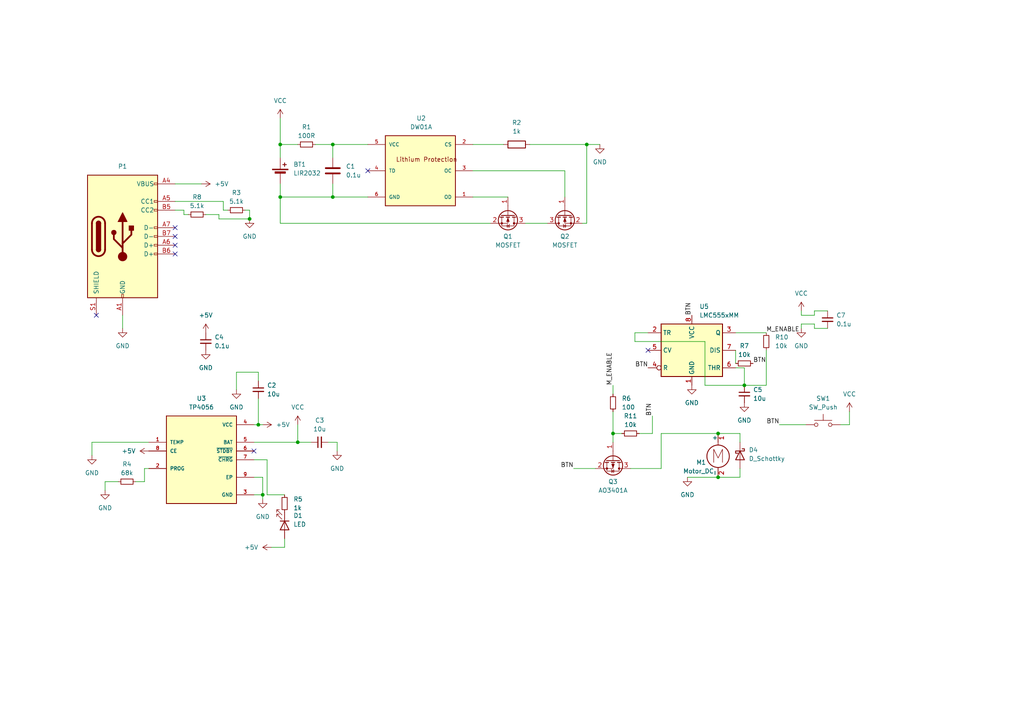
<source format=kicad_sch>
(kicad_sch (version 20250114) (generator "eeschema") (generator_version "9.0")
  (paper "A4")
  (lib_symbols
    (symbol "Connector:USB_C_Receptacle_USB2.0_14P" (pin_names (offset 1.016))
      (property "Reference" "J" (at 0 22.225 0))
      (property "Value" "USB_C_Receptacle_USB2.0_14P" (at 0 19.685 0))
      (symbol "USB_C_Receptacle_USB2.0_14P_0_0"
        (rectangle (start -0.254 -17.78) (end 0.254 -16.764))
        (rectangle (start 10.16 15.494) (end 9.144 14.986))
        (rectangle (start 10.16 10.414) (end 9.144 9.906))
        (rectangle (start 10.16 7.874) (end 9.144 7.366))
        (rectangle (start 10.16 2.794) (end 9.144 2.286))
        (rectangle (start 10.16 0.254) (end 9.144 -0.254))
        (rectangle (start 10.16 -2.286) (end 9.144 -2.794))
        (rectangle (start 10.16 -4.826) (end 9.144 -5.334))
      )
      (symbol "USB_C_Receptacle_USB2.0_14P_0_1"
        (rectangle (start -10.16 17.78) (end 10.16 -17.78) (stroke (width 0.254)) (fill (type background)))
        (polyline (pts (xy -8.89 -3.81) (xy -8.89 3.81)) (stroke (width 0.508)))
        (rectangle (start -7.62 -3.81) (end -6.35 3.81) (stroke (width 0.254)) (fill (type outline)))
        (arc (start -7.62 3.81) (mid -6.985 4.4423) (end -6.35 3.81) (stroke (width 0.254)))
        (arc (start -7.62 3.81) (mid -6.985 4.4423) (end -6.35 3.81) (stroke (width 0.254)) (fill (type outline)))
        (arc (start -8.89 3.81) (mid -6.985 5.7067) (end -5.08 3.81) (stroke (width 0.508)))
        (arc (start -5.08 -3.81) (mid -6.985 -5.7067) (end -8.89 -3.81) (stroke (width 0.508)))
        (arc (start -6.35 -3.81) (mid -6.985 -4.4423) (end -7.62 -3.81) (stroke (width 0.254)))
        (arc (start -6.35 -3.81) (mid -6.985 -4.4423) (end -7.62 -3.81) (stroke (width 0.254)) (fill (type outline)))
        (polyline (pts (xy -5.08 3.81) (xy -5.08 -3.81)) (stroke (width 0.508)))
        (circle (center -2.54 1.143) (radius 0.635) (stroke (width 0.254)) (fill (type outline)))
        (polyline (pts (xy -1.27 4.318) (xy 0 6.858) (xy 1.27 4.318) (xy -1.27 4.318)) (stroke (width 0.254)) (fill (type outline)))
        (polyline (pts (xy 0 -2.032) (xy 2.54 0.508) (xy 2.54 1.778)) (stroke (width 0.508)))
        (polyline (pts (xy 0 -3.302) (xy -2.54 -0.762) (xy -2.54 0.508)) (stroke (width 0.508)))
        (polyline (pts (xy 0 -5.842) (xy 0 4.318)) (stroke (width 0.508)))
        (circle (center 0 -5.842) (radius 1.27) (fill (type outline)))
        (rectangle (start 1.905 1.778) (end 3.175 3.048) (stroke (width 0.254)) (fill (type outline)))
      )
      (symbol "USB_C_Receptacle_USB2.0_14P_1_1"
        (pin passive line (at -7.62 -22.86 90) (length 5.08) (name "SHIELD") (number "S1"))
        (pin passive line (at 0 -22.86 90) (length 5.08) (name "GND") (number "A1"))
        (pin passive line (at 0 -22.86 90) (length 5.08) (hide yes) (name "GND") (number "A12"))
        (pin passive line (at 0 -22.86 90) (length 5.08) (hide yes) (name "GND") (number "B1"))
        (pin passive line (at 0 -22.86 90) (length 5.08) (hide yes) (name "GND") (number "B12"))
        (pin passive line (at 15.24 15.24 180) (length 5.08) (name "VBUS") (number "A4"))
        (pin passive line (at 15.24 15.24 180) (length 5.08) (hide yes) (name "VBUS") (number "A9"))
        (pin passive line (at 15.24 15.24 180) (length 5.08) (hide yes) (name "VBUS") (number "B4"))
        (pin passive line (at 15.24 15.24 180) (length 5.08) (hide yes) (name "VBUS") (number "B9"))
        (pin bidirectional line (at 15.24 10.16 180) (length 5.08) (name "CC1") (number "A5"))
        (pin bidirectional line (at 15.24 7.62 180) (length 5.08) (name "CC2") (number "B5"))
        (pin bidirectional line (at 15.24 2.54 180) (length 5.08) (name "D-") (number "A7"))
        (pin bidirectional line (at 15.24 0 180) (length 5.08) (name "D-") (number "B7"))
        (pin bidirectional line (at 15.24 -2.54 180) (length 5.08) (name "D+") (number "A6"))
        (pin bidirectional line (at 15.24 -5.08 180) (length 5.08) (name "D+") (number "B6"))
      )
    )
    (symbol "DW01A:DW01A" (pin_names (offset 1.016))
      (property "Reference" "U" (at -5.08 11.43 0))
      (property "Value" "DW01A" (at -5.08 -12.7 0))
      (symbol "DW01A_0_0"
        (rectangle (start -10.16 -10.16) (end 10.16 10.16) (stroke (width 0.254)) (fill (type background)))
        (text "Lithium Protection" (at -7.112 2.54 0) (effects (font (size 1.27 1.27)) (justify left bottom)))
        (pin power_in line (at -15.24 7.62 0) (length 5.08) (name "VCC") (number "5"))
        (pin bidirectional line (at -15.24 0 0) (length 5.08) (name "TD") (number "4"))
        (pin power_in line (at -15.24 -7.62 0) (length 5.08) (name "GND") (number "6"))
        (pin bidirectional line (at 15.24 7.62 180) (length 5.08) (name "CS") (number "2"))
        (pin bidirectional line (at 15.24 0 180) (length 5.08) (name "OC") (number "3"))
        (pin bidirectional line (at 15.24 -7.62 180) (length 5.08) (name "OD") (number "1"))
      )
    )
    (symbol "Device:Battery_Cell" (pin_numbers (hide yes)) (pin_names (offset 0) (hide yes))
      (property "Reference" "BT" (at 2.54 2.54 0))
      (property "Value" "Battery_Cell" (at 2.54 0 0))
      (symbol "Battery_Cell_0_1"
        (rectangle (start -2.286 1.778) (end 2.286 1.524) (fill (type outline)))
        (rectangle (start -1.524 1.016) (end 1.524 0.508) (fill (type outline)))
        (polyline (pts (xy 0 1.778) (xy 0 2.54)))
        (polyline (pts (xy 0 0.762) (xy 0 0)))
        (polyline (pts (xy 0.762 3.048) (xy 1.778 3.048)) (stroke (width 0.254)))
        (polyline (pts (xy 1.27 3.556) (xy 1.27 2.54)) (stroke (width 0.254)))
      )
      (symbol "Battery_Cell_1_1"
        (pin passive line (at 0 5.08 270) (length 2.54) (name "+") (number "1"))
        (pin passive line (at 0 -2.54 90) (length 2.54) (name "-") (number "2"))
      )
    )
    (symbol "Device:C" (pin_numbers (hide yes)) (pin_names (offset 0.254))
      (property "Reference" "C" (at 0.635 2.54 0))
      (property "Value" "C" (at 0.635 -2.54 0))
      (symbol "C_0_1"
        (polyline (pts (xy -2.032 0.762) (xy 2.032 0.762)) (stroke (width 0.508)))
        (polyline (pts (xy -2.032 -0.762) (xy 2.032 -0.762)) (stroke (width 0.508)))
      )
      (symbol "C_1_1"
        (pin passive line (at 0 3.81 270) (length 2.794) (name "~") (number "1"))
        (pin passive line (at 0 -3.81 90) (length 2.794) (name "~") (number "2"))
      )
    )
    (symbol "Device:C_Small" (pin_numbers (hide yes)) (pin_names (offset 0.254) (hide yes))
      (property "Reference" "C" (at 0.254 1.778 0))
      (property "Value" "C_Small" (at 0.254 -2.032 0))
      (symbol "C_Small_0_1"
        (polyline (pts (xy -1.524 0.508) (xy 1.524 0.508)) (stroke (width 0.3048)))
        (polyline (pts (xy -1.524 -0.508) (xy 1.524 -0.508)) (stroke (width 0.3302)))
      )
      (symbol "C_Small_1_1"
        (pin passive line (at 0 2.54 270) (length 2.032) (name "~") (number "1"))
        (pin passive line (at 0 -2.54 90) (length 2.032) (name "~") (number "2"))
      )
    )
    (symbol "Device:D_Schottky" (pin_numbers (hide yes)) (pin_names (offset 1.016) (hide yes))
      (property "Reference" "D" (at 0 2.54 0))
      (property "Value" "D_Schottky" (at 0 -2.54 0))
      (symbol "D_Schottky_0_1"
        (polyline (pts (xy -1.905 0.635) (xy -1.905 1.27) (xy -1.27 1.27) (xy -1.27 -1.27) (xy -0.635 -1.27) (xy -0.635 -0.635)) (stroke (width 0.254)))
        (polyline (pts (xy 1.27 1.27) (xy 1.27 -1.27) (xy -1.27 0) (xy 1.27 1.27)) (stroke (width 0.254)))
        (polyline (pts (xy 1.27 0) (xy -1.27 0)))
      )
      (symbol "D_Schottky_1_1"
        (pin passive line (at -3.81 0 0) (length 2.54) (name "K") (number "1"))
        (pin passive line (at 3.81 0 180) (length 2.54) (name "A") (number "2"))
      )
    )
    (symbol "Device:LED" (pin_numbers (hide yes)) (pin_names (offset 1.016) (hide yes))
      (property "Reference" "D" (at 0 2.54 0))
      (property "Value" "LED" (at 0 -2.54 0))
      (symbol "LED_0_1"
        (polyline (pts (xy -3.048 -0.762) (xy -4.572 -2.286) (xy -3.81 -2.286) (xy -4.572 -2.286) (xy -4.572 -1.524)))
        (polyline (pts (xy -1.778 -0.762) (xy -3.302 -2.286) (xy -2.54 -2.286) (xy -3.302 -2.286) (xy -3.302 -1.524)))
        (polyline (pts (xy -1.27 0) (xy 1.27 0)))
        (polyline (pts (xy -1.27 -1.27) (xy -1.27 1.27)) (stroke (width 0.254)))
        (polyline (pts (xy 1.27 -1.27) (xy 1.27 1.27) (xy -1.27 0) (xy 1.27 -1.27)) (stroke (width 0.254)))
      )
      (symbol "LED_1_1"
        (pin passive line (at -3.81 0 0) (length 2.54) (name "K") (number "1"))
        (pin passive line (at 3.81 0 180) (length 2.54) (name "A") (number "2"))
      )
    )
    (symbol "Device:R" (pin_numbers (hide yes)) (pin_names (offset 0))
      (property "Reference" "R" (at 2.032 0 90))
      (property "Value" "R" (at 0 0 90))
      (symbol "R_0_1"
        (rectangle (start -1.016 -2.54) (end 1.016 2.54) (stroke (width 0.254)))
      )
      (symbol "R_1_1"
        (pin passive line (at 0 3.81 270) (length 1.27) (name "~") (number "1"))
        (pin passive line (at 0 -3.81 90) (length 1.27) (name "~") (number "2"))
      )
    )
    (symbol "Device:R_Small" (pin_numbers (hide yes)) (pin_names (offset 0.254) (hide yes))
      (property "Reference" "R" (at 0.762 0.508 0))
      (property "Value" "R_Small" (at 0.762 -1.016 0))
      (symbol "R_Small_0_1"
        (rectangle (start -0.762 1.778) (end 0.762 -1.778) (stroke (width 0.2032)))
      )
      (symbol "R_Small_1_1"
        (pin passive line (at 0 2.54 270) (length 0.762) (name "~") (number "1"))
        (pin passive line (at 0 -2.54 90) (length 0.762) (name "~") (number "2"))
      )
    )
    (symbol "Motor:Motor_DC" (pin_names (offset 0))
      (property "Reference" "M" (at 2.54 2.54 0))
      (property "Value" "Motor_DC" (at 2.54 -5.08 0))
      (symbol "Motor_DC_0_0"
        (polyline (pts (xy -1.27 -3.302) (xy -1.27 0.508) (xy 0 -2.032) (xy 1.27 0.508) (xy 1.27 -3.302)))
      )
      (symbol "Motor_DC_0_1"
        (polyline (pts (xy 0 2.032) (xy 0 2.54)))
        (polyline (pts (xy 0 1.7272) (xy 0 2.0828)))
        (circle (center 0 -1.524) (radius 3.2512) (stroke (width 0.254)))
        (polyline (pts (xy 0 -4.7752) (xy 0 -5.1816)))
        (polyline (pts (xy 0 -7.62) (xy 0 -7.112)))
      )
      (symbol "Motor_DC_1_1"
        (pin passive line (at 0 5.08 270) (length 2.54) (name "+") (number "1"))
        (pin passive line (at 0 -7.62 90) (length 2.54) (name "-") (number "2"))
      )
    )
    (symbol "Switch:SW_Push" (pin_numbers (hide yes)) (pin_names (offset 1.016) (hide yes))
      (property "Reference" "SW" (at 1.27 2.54 0))
      (property "Value" "SW_Push" (at 0 -1.524 0))
      (symbol "SW_Push_0_1"
        (circle (center -2.032 0) (radius 0.508))
        (polyline (pts (xy 0 1.27) (xy 0 3.048)))
        (circle (center 2.032 0) (radius 0.508))
        (polyline (pts (xy 2.54 1.27) (xy -2.54 1.27)))
        (pin passive line (at -5.08 0 0) (length 2.54) (name "1") (number "1"))
        (pin passive line (at 5.08 0 180) (length 2.54) (name "2") (number "2"))
      )
    )
    (symbol "TP4056:TP4056" (pin_names (offset 1.016))
      (property "Reference" "U" (at -10.16 13.208 0))
      (property "Value" "TP4056" (at -10.16 -15.24 0))
      (symbol "TP4056_0_0"
        (rectangle (start -10.16 -12.7) (end 10.16 12.7) (stroke (width 0.254)) (fill (type background)))
        (pin input line (at -15.24 5.08 0) (length 5.08) (name "TEMP") (number "1"))
        (pin input line (at -15.24 2.54 0) (length 5.08) (name "CE") (number "8"))
        (pin bidirectional line (at -15.24 -2.54 0) (length 5.08) (name "PROG") (number "2"))
        (pin power_in line (at 15.24 10.16 180) (length 5.08) (name "VCC") (number "4"))
        (pin output line (at 15.24 5.08 180) (length 5.08) (name "BAT") (number "5"))
        (pin output line (at 15.24 2.54 180) (length 5.08) (name "~{STDBY}") (number "6"))
        (pin output line (at 15.24 0 180) (length 5.08) (name "~{CHRG}") (number "7"))
        (pin passive line (at 15.24 -5.08 180) (length 5.08) (name "EP") (number "9"))
        (pin power_in line (at 15.24 -10.16 180) (length 5.08) (name "GND") (number "3"))
      )
    )
    (symbol "Timer:LMC555xMM"
      (property "Reference" "U" (at -10.16 8.89 0))
      (property "Value" "LMC555xMM" (at 2.54 8.89 0))
      (symbol "LMC555xMM_0_0"
        (pin power_in line (at 0 10.16 270) (length 2.54) (name "VCC") (number "8"))
        (pin power_in line (at 0 -10.16 90) (length 2.54) (name "GND") (number "1"))
      )
      (symbol "LMC555xMM_0_1"
        (rectangle (start -8.89 -7.62) (end 8.89 7.62) (stroke (width 0.254)) (fill (type background)))
        (rectangle (start -8.89 -7.62) (end 8.89 7.62) (stroke (width 0.254)) (fill (type background)))
      )
      (symbol "LMC555xMM_1_1"
        (pin input line (at -12.7 5.08 0) (length 3.81) (name "TR") (number "2"))
        (pin input line (at -12.7 0 0) (length 3.81) (name "CV") (number "5"))
        (pin input inverted (at -12.7 -5.08 0) (length 3.81) (name "R") (number "4"))
        (pin output line (at 12.7 5.08 180) (length 3.81) (name "Q") (number "3"))
        (pin input line (at 12.7 0 180) (length 3.81) (name "DIS") (number "7"))
        (pin input line (at 12.7 -5.08 180) (length 3.81) (name "THR") (number "6"))
      )
    )
    (symbol "Transistor_FET:2N7002" (pin_names (hide yes))
      (property "Reference" "Q" (at 5.08 1.905 0))
      (property "Value" "2N7002" (at 5.08 0 0))
      (symbol "2N7002_0_1"
        (polyline (pts (xy 0.254 1.905) (xy 0.254 -1.905)) (stroke (width 0.254)))
        (polyline (pts (xy 0.254 0) (xy -2.54 0)))
        (polyline (pts (xy 0.762 2.286) (xy 0.762 1.27)) (stroke (width 0.254)))
        (polyline (pts (xy 0.762 0.508) (xy 0.762 -0.508)) (stroke (width 0.254)))
        (polyline (pts (xy 0.762 -1.27) (xy 0.762 -2.286)) (stroke (width 0.254)))
        (polyline (pts (xy 0.762 -1.778) (xy 3.302 -1.778) (xy 3.302 1.778) (xy 0.762 1.778)))
        (polyline (pts (xy 1.016 0) (xy 2.032 0.381) (xy 2.032 -0.381) (xy 1.016 0)) (fill (type outline)))
        (circle (center 1.651 0) (radius 2.794) (stroke (width 0.254)))
        (polyline (pts (xy 2.54 2.54) (xy 2.54 1.778)))
        (circle (center 2.54 1.778) (radius 0.254) (fill (type outline)))
        (circle (center 2.54 -1.778) (radius 0.254) (fill (type outline)))
        (polyline (pts (xy 2.54 -2.54) (xy 2.54 0) (xy 0.762 0)))
        (polyline (pts (xy 2.794 0.508) (xy 2.921 0.381) (xy 3.683 0.381) (xy 3.81 0.254)))
        (polyline (pts (xy 3.302 0.381) (xy 2.921 -0.254) (xy 3.683 -0.254) (xy 3.302 0.381)))
      )
      (symbol "2N7002_1_1"
        (pin input line (at -5.08 0 0) (length 2.54) (name "G") (number "1"))
        (pin passive line (at 2.54 5.08 270) (length 2.54) (name "D") (number "3"))
        (pin passive line (at 2.54 -5.08 90) (length 2.54) (name "S") (number "2"))
      )
    )
    (symbol "Transistor_FET:AO3401A" (pin_names (hide yes))
      (property "Reference" "Q" (at 5.08 1.905 0))
      (property "Value" "AO3401A" (at 5.08 0 0))
      (symbol "AO3401A_0_1"
        (polyline (pts (xy 0.254 1.905) (xy 0.254 -1.905)) (stroke (width 0.254)))
        (polyline (pts (xy 0.254 0) (xy -2.54 0)))
        (polyline (pts (xy 0.762 2.286) (xy 0.762 1.27)) (stroke (width 0.254)))
        (polyline (pts (xy 0.762 1.778) (xy 3.302 1.778) (xy 3.302 -1.778) (xy 0.762 -1.778)))
        (polyline (pts (xy 0.762 0.508) (xy 0.762 -0.508)) (stroke (width 0.254)))
        (polyline (pts (xy 0.762 -1.27) (xy 0.762 -2.286)) (stroke (width 0.254)))
        (circle (center 1.651 0) (radius 2.794) (stroke (width 0.254)))
        (polyline (pts (xy 2.286 0) (xy 1.27 0.381) (xy 1.27 -0.381) (xy 2.286 0)) (fill (type outline)))
        (polyline (pts (xy 2.54 2.54) (xy 2.54 1.778)))
        (circle (center 2.54 1.778) (radius 0.254) (fill (type outline)))
        (circle (center 2.54 -1.778) (radius 0.254) (fill (type outline)))
        (polyline (pts (xy 2.54 -2.54) (xy 2.54 0) (xy 0.762 0)))
        (polyline (pts (xy 2.794 -0.508) (xy 2.921 -0.381) (xy 3.683 -0.381) (xy 3.81 -0.254)))
        (polyline (pts (xy 3.302 -0.381) (xy 2.921 0.254) (xy 3.683 0.254) (xy 3.302 -0.381)))
      )
      (symbol "AO3401A_1_1"
        (pin input line (at -5.08 0 0) (length 2.54) (name "G") (number "1"))
        (pin passive line (at 2.54 5.08 270) (length 2.54) (name "D") (number "3"))
        (pin passive line (at 2.54 -5.08 90) (length 2.54) (name "S") (number "2"))
      )
    )
    (symbol "power:+5V" (power) (pin_names (offset 0))
      (property "Value" "+5V" (at 0 3.556 0))
      (symbol "+5V_0_1"
        (polyline (pts (xy -0.762 1.27) (xy 0 2.54)))
        (polyline (pts (xy 0 2.54) (xy 0.762 1.27)))
        (polyline (pts (xy 0 0) (xy 0 2.54)))
      )
      (symbol "+5V_1_1"
        (pin power_in line (at 0 0 90) (length 0) (hide yes) (name "+5V") (number "1"))
      )
    )
    (symbol "power:GND" (power) (pin_names (offset 0))
      (property "Value" "GND" (at 0 -3.81 0))
      (symbol "GND_0_1"
        (polyline (pts (xy 0 0) (xy 0 -1.27) (xy 1.27 -1.27) (xy 0 -2.54) (xy -1.27 -1.27) (xy 0 -1.27)))
      )
      (symbol "GND_1_1"
        (pin power_in line (at 0 0 270) (length 0) (hide yes) (name "GND") (number "1"))
      )
    )
    (symbol "power:VCC" (power) (pin_names (offset 0))
      (property "Value" "VCC" (at 0 3.81 0))
      (symbol "VCC_0_1"
        (polyline (pts (xy -0.762 1.27) (xy 0 2.54)))
        (polyline (pts (xy 0 2.54) (xy 0.762 1.27)))
        (polyline (pts (xy 0 0) (xy 0 2.54)))
      )
      (symbol "VCC_1_1"
        (pin power_in line (at 0 0 90) (length 0) (hide yes) (name "VCC") (number "1"))
      )
    )
  )
  (junction (at 208.28 138.43))
  (junction (at 86.36 128.27))
  (junction (at 72.39 63.5))
  (junction (at 81.28 41.91))
  (junction (at 208.28 125.73))
  (junction (at 177.8 125.73))
  (junction (at 74.93 123.19))
  (junction (at 170.18 41.91))
  (junction (at 215.9 111.76))
  (junction (at 96.52 41.91))
  (junction (at 96.52 57.15))
  (junction (at 76.2 143.51))
  (junction (at 81.28 57.15))
  (no_connect (at 50.8 66.04))
  (no_connect (at 187.96 101.6))
  (no_connect (at 73.66 130.81))
  (no_connect (at 50.8 68.58))
  (no_connect (at 27.94 91.44))
  (no_connect (at 106.68 49.53))
  (no_connect (at 50.8 71.12))
  (no_connect (at 50.8 73.66))
  (wire (pts (xy 53.34 62.23) (xy 54.61 62.23)))
  (wire (pts (xy 184.15 96.52) (xy 184.15 99.06)))
  (wire (pts (xy 246.38 119.38) (xy 246.38 123.19)))
  (wire (pts (xy 81.28 57.15) (xy 96.52 57.15)))
  (wire (pts (xy 168.91 64.77) (xy 170.18 64.77)))
  (wire (pts (xy 213.36 101.6) (xy 213.36 105.41)))
  (wire (pts (xy 208.28 125.73) (xy 214.63 125.73)))
  (wire (pts (xy 72.39 60.96) (xy 72.39 63.5)))
  (wire (pts (xy 73.66 128.27) (xy 86.36 128.27)))
  (wire (pts (xy 71.12 60.96) (xy 72.39 60.96)))
  (wire (pts (xy 86.36 128.27) (xy 90.17 128.27)))
  (wire (pts (xy 215.9 106.68) (xy 213.36 106.68)))
  (wire (pts (xy 226.06 123.19) (xy 233.68 123.19)))
  (wire (pts (xy 41.91 135.89) (xy 41.91 139.7)))
  (wire (pts (xy 214.63 135.89) (xy 214.63 138.43)))
  (wire (pts (xy 30.48 139.7) (xy 30.48 142.24)))
  (wire (pts (xy 81.28 45.72) (xy 81.28 41.91)))
  (wire (pts (xy 64.77 58.42) (xy 50.8 58.42)))
  (wire (pts (xy 214.63 125.73) (xy 214.63 128.27)))
  (wire (pts (xy 82.55 156.21) (xy 82.55 158.75)))
  (wire (pts (xy 63.5 63.5) (xy 63.5 62.23)))
  (wire (pts (xy 222.25 111.76) (xy 215.9 111.76)))
  (wire (pts (xy 96.52 41.91) (xy 106.68 41.91)))
  (wire (pts (xy 199.39 138.43) (xy 208.28 138.43)))
  (wire (pts (xy 34.29 139.7) (xy 30.48 139.7)))
  (wire (pts (xy 74.93 107.95) (xy 74.93 110.49)))
  (wire (pts (xy 232.41 95.25) (xy 232.41 93.98)))
  (wire (pts (xy 187.96 96.52) (xy 184.15 96.52)))
  (wire (pts (xy 76.2 143.51) (xy 76.2 144.78)))
  (wire (pts (xy 191.77 125.73) (xy 208.28 125.73)))
  (wire (pts (xy 95.25 128.27) (xy 97.79 128.27)))
  (wire (pts (xy 86.36 41.91) (xy 81.28 41.91)))
  (wire (pts (xy 170.18 41.91) (xy 170.18 64.77)))
  (wire (pts (xy 240.03 95.25) (xy 236.22 95.25)))
  (wire (pts (xy 77.47 133.35) (xy 73.66 133.35)))
  (wire (pts (xy 78.74 158.75) (xy 82.55 158.75)))
  (wire (pts (xy 91.44 41.91) (xy 96.52 41.91)))
  (wire (pts (xy 26.67 128.27) (xy 26.67 132.08)))
  (wire (pts (xy 163.83 49.53) (xy 137.16 49.53)))
  (wire (pts (xy 63.5 62.23) (xy 59.69 62.23)))
  (wire (pts (xy 97.79 128.27) (xy 97.79 130.81)))
  (wire (pts (xy 191.77 125.73) (xy 191.77 135.89)))
  (wire (pts (xy 74.93 123.19) (xy 73.66 123.19)))
  (wire (pts (xy 41.91 135.89) (xy 43.18 135.89)))
  (wire (pts (xy 73.66 138.43) (xy 76.2 138.43)))
  (wire (pts (xy 236.22 91.44) (xy 236.22 90.17)))
  (wire (pts (xy 182.88 135.89) (xy 191.77 135.89)))
  (wire (pts (xy 184.15 99.06) (xy 204.47 99.06)))
  (wire (pts (xy 177.8 111.76) (xy 177.8 114.3)))
  (wire (pts (xy 246.38 123.19) (xy 243.84 123.19)))
  (wire (pts (xy 68.58 113.03) (xy 68.58 107.95)))
  (wire (pts (xy 86.36 123.19) (xy 86.36 128.27)))
  (wire (pts (xy 76.2 138.43) (xy 76.2 143.51)))
  (wire (pts (xy 96.52 53.34) (xy 96.52 57.15)))
  (wire (pts (xy 96.52 57.15) (xy 106.68 57.15)))
  (wire (pts (xy 81.28 53.34) (xy 81.28 57.15)))
  (wire (pts (xy 81.28 34.29) (xy 81.28 41.91)))
  (wire (pts (xy 81.28 64.77) (xy 81.28 57.15)))
  (wire (pts (xy 82.55 143.51) (xy 77.47 143.51)))
  (wire (pts (xy 232.41 91.44) (xy 236.22 91.44)))
  (wire (pts (xy 26.67 128.27) (xy 43.18 128.27)))
  (wire (pts (xy 81.28 64.77) (xy 142.24 64.77)))
  (wire (pts (xy 189.23 125.73) (xy 189.23 120.65)))
  (wire (pts (xy 236.22 90.17) (xy 240.03 90.17)))
  (wire (pts (xy 77.47 143.51) (xy 77.47 133.35)))
  (wire (pts (xy 50.8 60.96) (xy 53.34 60.96)))
  (wire (pts (xy 68.58 107.95) (xy 74.93 107.95)))
  (wire (pts (xy 41.91 139.7) (xy 39.37 139.7)))
  (wire (pts (xy 232.41 90.17) (xy 232.41 91.44)))
  (wire (pts (xy 163.83 57.15) (xy 163.83 49.53)))
  (wire (pts (xy 153.67 41.91) (xy 170.18 41.91)))
  (wire (pts (xy 74.93 115.57) (xy 74.93 123.19)))
  (wire (pts (xy 50.8 53.34) (xy 58.42 53.34)))
  (wire (pts (xy 64.77 60.96) (xy 66.04 60.96)))
  (wire (pts (xy 214.63 138.43) (xy 208.28 138.43)))
  (wire (pts (xy 236.22 95.25) (xy 236.22 93.98)))
  (wire (pts (xy 63.5 63.5) (xy 72.39 63.5)))
  (wire (pts (xy 73.66 143.51) (xy 76.2 143.51)))
  (wire (pts (xy 180.34 125.73) (xy 177.8 125.73)))
  (wire (pts (xy 172.72 135.89) (xy 166.37 135.89)))
  (wire (pts (xy 204.47 99.06) (xy 204.47 111.76)))
  (wire (pts (xy 64.77 60.96) (xy 64.77 58.42)))
  (wire (pts (xy 152.4 64.77) (xy 158.75 64.77)))
  (wire (pts (xy 53.34 60.96) (xy 53.34 62.23)))
  (wire (pts (xy 185.42 125.73) (xy 189.23 125.73)))
  (wire (pts (xy 137.16 57.15) (xy 147.32 57.15)))
  (wire (pts (xy 177.8 125.73) (xy 177.8 128.27)))
  (wire (pts (xy 236.22 93.98) (xy 232.41 93.98)))
  (wire (pts (xy 215.9 111.76) (xy 215.9 106.68)))
  (wire (pts (xy 35.56 91.44) (xy 35.56 95.25)))
  (wire (pts (xy 222.25 101.6) (xy 222.25 111.76)))
  (wire (pts (xy 76.2 123.19) (xy 74.93 123.19)))
  (wire (pts (xy 222.25 96.52) (xy 213.36 96.52)))
  (wire (pts (xy 137.16 41.91) (xy 146.05 41.91)))
  (wire (pts (xy 204.47 111.76) (xy 215.9 111.76)))
  (wire (pts (xy 96.52 41.91) (xy 96.52 45.72)))
  (wire (pts (xy 177.8 119.38) (xy 177.8 125.73)))
  (wire (pts (xy 170.18 41.91) (xy 173.99 41.91)))
  (label "BTN" (at 200.66 91.44 90))
  (label "BTN" (at 189.23 120.65 90))
  (label "M_ENABLE" (at 177.8 111.76 90))
  (label "BTN" (at 187.96 106.68 180))
  (label "BTN" (at 166.37 135.89 180))
  (label "BTN" (at 226.06 123.19 180))
  (label "BTN" (at 218.44 105.41 0))
  (label "M_ENABLE" (at 222.25 96.52 0))
  (symbol (lib_id "Device:R_Small") (at 182.88 125.73 90) (unit 1)
    (property "Reference" "R11" (at 182.88 120.65 90))
    (property "Value" "10k" (at 182.88 123.19 90))
    (property "Footprint" "Resistor_SMD:R_0603_1608Metric" (effects (hide yes)))
    (property "LCSC" "C25804" (effects (hide yes)))
  )
  (symbol (lib_id "Switch:SW_Push") (at 238.76 123.19 0) (unit 1)
    (property "Reference" "SW1" (at 238.76 115.57 0))
    (property "Value" "SW_Push" (at 238.76 118.11 0))
    (property "Footprint" "Button_Switch_SMD:SW_Push_1P1T_NO_6x6mm_H9.5mm" (effects (hide yes)))
    (property "LCSC" "C455110" (effects (hide yes)))
  )
  (symbol (lib_id "power:+5V") (at 43.18 130.81 90) (unit 1)
    (property "Reference" "#PWR09" (effects (hide yes)))
    (property "Value" "+5V" (at 39.37 130.81 90) (effects (justify left)))
  )
  (symbol (lib_id "power:+5V") (at 76.2 123.19 270) (unit 1)
    (property "Reference" "#PWR07" (effects (hide yes)))
    (property "Value" "+5V" (at 80.01 123.19 90) (effects (justify left)))
  )
  (symbol (lib_id "power:GND") (at 232.41 95.25 0) (unit 1)
    (property "Reference" "#PWR017" (effects (hide yes)))
    (property "Value" "GND" (at 232.41 100.33 0))
  )
  (symbol (lib_id "power:GND") (at 72.39 63.5 0) (unit 1)
    (property "Reference" "#PWR06" (effects (hide yes)))
    (property "Value" "GND" (at 72.39 68.58 0))
  )
  (symbol (lib_id "Device:R_Small") (at 36.83 139.7 90) (unit 1)
    (property "Reference" "R4" (at 36.83 134.62 90))
    (property "Value" "68k" (at 36.83 137.16 90))
    (property "Footprint" "Resistor_SMD:R_0603_1608Metric" (effects (hide yes)))
    (property "LCSC" "C23231" (effects (hide yes)))
  )
  (symbol (lib_id "Device:C_Small") (at 240.03 92.71 0) (unit 1)
    (property "Reference" "C7" (at 242.57 91.4463 0) (effects (justify left)))
    (property "Value" "0.1u" (at 242.57 93.9863 0) (effects (justify left)))
    (property "Footprint" "Capacitor_SMD:C_0603_1608Metric" (effects (hide yes)))
    (property "LCSC" "C14663" (effects (hide yes)))
  )
  (symbol (lib_id "Device:C_Small") (at 59.69 99.06 0) (unit 1)
    (property "Reference" "C4" (at 62.23 97.7963 0) (effects (justify left)))
    (property "Value" "0.1u" (at 62.23 100.3363 0) (effects (justify left)))
    (property "Footprint" "Capacitor_SMD:C_0603_1608Metric" (effects (hide yes)))
    (property "LCSC" "C14663" (effects (hide yes)))
  )
  (symbol (lib_id "power:GND") (at 200.66 111.76 0) (unit 1)
    (property "Reference" "#PWR031" (effects (hide yes)))
    (property "Value" "GND" (at 200.66 116.84 0))
  )
  (symbol (lib_id "DW01A:DW01A") (at 121.92 49.53 0) (unit 1)
    (property "Reference" "U2" (at 122.1611 34.29 0))
    (property "Value" "DW01A" (at 122.1611 36.83 0))
    (property "Footprint" "Library:SOT23-6" (effects (hide yes)))
    (property "Description" "\nOne Cell Lithium-ion/Polymer Battery Protection IC\n" (effects (hide yes)))
    (property "MF" "Fortune Semiconductor" (effects (hide yes)))
    (property "Package" "SOT-23-6 Fortune Semiconductor" (effects (hide yes)))
    (property "Price" "None" (effects (hide yes)))
    (property "SnapEDA_Link" "https://www.snapeda.com/parts/DW01A/Fortune+Semiconductor/view-part/?ref=snap" (effects (hide yes)))
    (property "MP" "DW01A" (effects (hide yes)))
    (property "M_PART_NUMBER" "DW01A" (effects (hide yes)))
    (property "Availability" "Not in stock" (effects (hide yes)))
    (property "Check_prices" "https://www.snapeda.com/parts/DW01A/Fortune+Semiconductor/view-part/?ref=eda" (effects (hide yes)))
    (property "LCSC" "C2927799" (effects (hide yes)))
  )
  (symbol (lib_id "power:VCC") (at 246.38 119.38 0) (unit 1)
    (property "Reference" "#PWR022" (effects (hide yes)))
    (property "Value" "VCC" (at 246.38 114.3 0))
  )
  (symbol (lib_id "power:VCC") (at 81.28 34.29 0) (unit 1)
    (property "Reference" "#PWR016" (effects (hide yes)))
    (property "Value" "VCC" (at 81.28 29.21 0))
  )
  (symbol (lib_id "Device:R_Small") (at 177.8 116.84 180) (unit 1)
    (property "Reference" "R6" (at 180.34 115.5699 0) (effects (justify right)))
    (property "Value" "100" (at 180.34 118.1099 0) (effects (justify right)))
    (property "Footprint" "Resistor_SMD:R_0603_1608Metric" (effects (hide yes)))
    (property "LCSC" "C22775" (effects (hide yes)))
  )
  (symbol (lib_id "power:+5V") (at 59.69 96.52 0) (unit 1)
    (property "Reference" "#PWR014" (effects (hide yes)))
    (property "Value" "+5V" (at 59.69 91.44 0))
  )
  (symbol (lib_id "power:VCC") (at 86.36 123.19 0) (unit 1)
    (property "Reference" "#PWR011" (effects (hide yes)))
    (property "Value" "VCC" (at 86.36 118.11 0))
  )
  (symbol (lib_id "power:GND") (at 26.67 132.08 0) (unit 1)
    (property "Reference" "#PWR08" (effects (hide yes)))
    (property "Value" "GND" (at 26.67 137.16 0))
  )
  (symbol (lib_id "Device:R_Small") (at 82.55 146.05 180) (unit 1)
    (property "Reference" "R5" (at 85.09 144.78 0) (effects (justify right)))
    (property "Value" "1k" (at 85.09 147.32 0) (effects (justify right)))
    (property "Footprint" "Resistor_SMD:R_0603_1608Metric" (effects (hide yes)))
    (property "LCSC" "C21190" (effects (hide yes)))
  )
  (symbol (lib_id "Device:C_Small") (at 215.9 114.3 0) (unit 1)
    (property "Reference" "C5" (at 218.44 113.0362 0) (effects (justify left)))
    (property "Value" "10u" (at 218.44 115.5762 0) (effects (justify left)))
    (property "Footprint" "Capacitor_SMD:C_0603_1608Metric" (effects (hide yes)))
    (property "Description" "Unpolarized capacitor, small symbol" (effects (hide yes)))
    (property "LCSC" "C96446" (effects (hide yes)))
  )
  (symbol (lib_id "Device:R_Small") (at 68.58 60.96 90) (unit 1)
    (property "Reference" "R3" (at 68.58 55.88 90))
    (property "Value" "5.1k" (at 68.58 58.42 90))
    (property "Footprint" "Resistor_SMD:R_0603_1608Metric" (effects (hide yes)))
    (property "LCSC" "C23186" (effects (hide yes)))
  )
  (symbol (lib_id "power:GND") (at 173.99 41.91 0) (unit 1)
    (property "Reference" "#PWR02" (effects (hide yes)))
    (property "Value" "GND" (at 173.99 46.99 0))
  )
  (symbol (lib_id "Device:R") (at 149.86 41.91 90) (unit 1)
    (property "Reference" "R2" (at 149.86 35.56 90))
    (property "Value" "1k" (at 149.86 38.1 90))
    (property "Footprint" "Resistor_SMD:R_0603_1608Metric" (effects (hide yes)))
    (property "LCSC" "C21190" (effects (hide yes)))
  )
  (symbol (lib_id "power:+5V") (at 58.42 53.34 270) (unit 1)
    (property "Reference" "#PWR05" (effects (hide yes)))
    (property "Value" "+5V" (at 62.23 53.34 90) (effects (justify left)))
  )
  (symbol (lib_id "power:GND") (at 35.56 95.25 0) (unit 1)
    (property "Reference" "#PWR03" (effects (hide yes)))
    (property "Value" "GND" (at 35.56 100.33 0))
  )
  (symbol (lib_id "TP4056:TP4056") (at 58.42 133.35 0) (unit 1)
    (property "Reference" "U3" (at 58.42 115.57 0))
    (property "Value" "TP4056" (at 58.42 118.11 0))
    (property "Footprint" "Library:SOP127P600X175-9N" (effects (hide yes)))
    (property "Description" "\nCharger Li-Ion Article 1A protection, module with IO TP4056 (micro USB)\n" (effects (hide yes)))
    (property "MF" "Texas Instruments" (effects (hide yes)))
    (property "Package" "None" (effects (hide yes)))
    (property "Price" "None" (effects (hide yes)))
    (property "SnapEDA_Link" "https://www.snapeda.com/parts/TP4056/Texas+Instruments/view-part/?ref=snap" (effects (hide yes)))
    (property "MP" "TP4056" (effects (hide yes)))
    (property "M_PART_NUMBER" "TP4056" (effects (hide yes)))
    (property "Availability" "Not in stock" (effects (hide yes)))
    (property "Check_prices" "https://www.snapeda.com/parts/TP4056/Texas+Instruments/view-part/?ref=eda" (effects (hide yes)))
    (property "LCSC" "C17702041" (effects (hide yes)))
  )
  (symbol (lib_id "Device:D_Schottky") (at 214.63 132.08 270) (unit 1)
    (property "Reference" "D4" (at 217.17 130.4924 90) (effects (justify left)))
    (property "Value" "D_Schottky" (at 217.17 133.0324 90) (effects (justify left)))
    (property "Footprint" "Diode_SMD:D_SOD-523" (effects (hide yes)))
    (property "LCSC" "C2828427" (effects (hide yes)))
  )
  (symbol (lib_id "Transistor_FET:2N7002") (at 147.32 62.23 270) (unit 1)
    (property "Reference" "Q1" (at 147.32 68.58 90))
    (property "Value" "MOSFET" (at 147.32 71.12 90))
    (property "Footprint" "Package_TO_SOT_SMD:SOT-23" (effects (hide yes)))
    (property "Datasheet" "https://www.onsemi.com/pub/Collateral/NDS7002A-D.PDF" (effects (hide yes)))
    (property "Sim.Device" "NMOS" (effects (hide yes)))
    (property "Sim.Type" "VDMOS" (effects (hide yes)))
    (property "Sim.Pins" "1=D 2=G 3=S" (effects (hide yes)))
    (property "LCSC" "C7527992" (effects (hide yes)))
  )
  (symbol (lib_id "Device:LED") (at 82.55 152.4 270) (unit 1)
    (property "Reference" "D1" (at 85.09 149.5425 90) (effects (justify left)))
    (property "Value" "LED" (at 85.09 152.0825 90) (effects (justify left)))
    (property "Footprint" "LED_SMD:LED_0603_1608Metric" (effects (hide yes)))
    (property "LCSC" "C2286" (effects (hide yes)))
  )
  (symbol (lib_id "Device:R_Small") (at 222.25 99.06 180) (unit 1)
    (property "Reference" "R10" (at 224.79 97.7899 0) (effects (justify right)))
    (property "Value" "10k" (at 224.79 100.3299 0) (effects (justify right)))
    (property "Footprint" "Resistor_SMD:R_0603_1608Metric" (effects (hide yes)))
    (property "LCSC" "C25804" (effects (hide yes)))
  )
  (symbol (lib_id "Transistor_FET:AO3401A") (at 177.8 133.35 270) (unit 1)
    (property "Reference" "Q3" (at 177.8 139.7 90))
    (property "Value" "AO3401A" (at 177.8 142.24 90))
    (property "Footprint" "Package_TO_SOT_SMD:SOT-23" (effects (hide yes)))
    (property "Datasheet" "http://www.aosmd.com/pdfs/datasheet/AO3401A.pdf" (effects (hide yes)))
    (property "Description" "-4.0A Id, -30V Vds, P-Channel MOSFET, SOT-23" (effects (hide yes)))
    (property "LCSC" "C15127" (effects (hide yes)))
  )
  (symbol (lib_id "power:GND") (at 68.58 113.03 0) (unit 1)
    (property "Reference" "#PWR012" (effects (hide yes)))
    (property "Value" "GND" (at 68.58 118.11 0))
  )
  (symbol (lib_id "Device:R_Small") (at 215.9 105.41 270) (unit 1)
    (property "Reference" "R7" (at 215.9 100.33 90))
    (property "Value" "10k" (at 215.9 102.87 90))
    (property "Footprint" "Resistor_SMD:R_0603_1608Metric" (effects (hide yes)))
    (property "LCSC" "C25804" (effects (hide yes)))
  )
  (symbol (lib_id "Motor:Motor_DC") (at 208.28 130.81 0) (unit 1)
    (property "Reference" "M1" (at 201.93 134.112 0) (effects (justify left)))
    (property "Value" "Motor_DC" (at 198.12 136.652 0) (effects (justify left)))
    (property "Footprint" "Library:MotorPads" (effects (hide yes)))
    (property "LCSC" "C2759984" (effects (hide yes)))
  )
  (symbol (lib_id "Device:C") (at 96.52 49.53 0) (unit 1)
    (property "Reference" "C1" (at 100.33 48.26 0) (effects (justify left)))
    (property "Value" "0.1u" (at 100.33 50.8 0) (effects (justify left)))
    (property "Footprint" "Capacitor_SMD:C_0603_1608Metric" (effects (hide yes)))
    (property "LCSC" "C14663" (effects (hide yes)))
  )
  (symbol (lib_id "Device:R_Small") (at 88.9 41.91 90) (unit 1)
    (property "Reference" "R1" (at 88.9 36.83 90))
    (property "Value" "100R" (at 88.9 39.37 90))
    (property "Footprint" "Resistor_SMD:R_0603_1608Metric" (effects (hide yes)))
    (property "LCSC" "C22775" (effects (hide yes)))
  )
  (symbol (lib_id "Timer:LMC555xMM") (at 200.66 101.6 0) (unit 1)
    (property "Reference" "U5" (at 202.8541 88.9 0) (effects (justify left)))
    (property "Value" "LMC555xMM" (at 202.8541 91.44 0) (effects (justify left)))
    (property "Footprint" "Package_SO:VSSOP-8_3.0x3.0mm_P0.65mm" (effects (hide yes)))
    (property "Datasheet" "http://www.ti.com/lit/ds/symlink/lmc555.pdf" (effects (hide yes)))
    (property "Description" "CMOS Timer, 555 compatible, VSSOP-8" (effects (hide yes)))
    (property "LCSC" "C5160090" (effects (hide yes)))
  )
  (symbol (lib_id "power:GND") (at 30.48 142.24 0) (unit 1)
    (property "Reference" "#PWR010" (effects (hide yes)))
    (property "Value" "GND" (at 30.48 147.32 0))
  )
  (symbol (lib_id "power:GND") (at 97.79 130.81 0) (unit 1)
    (property "Reference" "#PWR013" (effects (hide yes)))
    (property "Value" "GND" (at 97.79 135.89 0))
  )
  (symbol (lib_id "Transistor_FET:2N7002") (at 163.83 62.23 90) (mirror x) (unit 1)
    (property "Reference" "Q2" (at 163.83 68.58 90))
    (property "Value" "MOSFET" (at 163.83 71.12 90))
    (property "Footprint" "Package_TO_SOT_SMD:SOT-23" (effects (hide yes)))
    (property "Datasheet" "https://www.onsemi.com/pub/Collateral/NDS7002A-D.PDF" (effects (hide yes)))
    (property "Sim.Device" "NMOS" (effects (hide yes)))
    (property "Sim.Type" "VDMOS" (effects (hide yes)))
    (property "Sim.Pins" "1=D 2=G 3=S" (effects (hide yes)))
    (property "LCSC" "C7527992" (effects (hide yes)))
  )
  (symbol (lib_id "Device:C_Small") (at 92.71 128.27 90) (unit 1)
    (property "Reference" "C3" (at 92.7163 121.92 90))
    (property "Value" "10u" (at 92.7163 124.46 90))
    (property "Footprint" "Capacitor_SMD:C_0603_1608Metric" (effects (hide yes)))
    (property "LCSC" "C96446" (effects (hide yes)))
  )
  (symbol (lib_id "power:GND") (at 76.2 144.78 0) (unit 1)
    (property "Reference" "#PWR04" (effects (hide yes)))
    (property "Value" "GND" (at 76.2 149.86 0))
  )
  (symbol (lib_id "Connector:USB_C_Receptacle_USB2.0_14P") (at 35.56 68.58 0) (unit 1)
    (property "Reference" "P1" (at 35.56 48.26 0))
    (property "Value" "USB_C_Plug_USB2.0" (effects (hide yes)))
    (property "Footprint" "Connector_USB:USB_C_Receptacle_XKB_U262-16XN-4BVC11" (effects (hide yes)))
    (property "Datasheet" "https://www.usb.org/sites/default/files/documents/usb_type-c.zip" (effects (hide yes)))
    (property "LCSC" "C165948" (effects (hide yes)))
  )
  (symbol (lib_id "Device:R_Small") (at 57.15 62.23 90) (unit 1)
    (property "Reference" "R8" (at 57.15 57.15 90))
    (property "Value" "5.1k" (at 57.15 59.69 90))
    (property "Footprint" "Resistor_SMD:R_0603_1608Metric" (effects (hide yes)))
    (property "LCSC" "C23186" (effects (hide yes)))
  )
  (symbol (lib_id "power:+5V") (at 78.74 158.75 90) (unit 1)
    (property "Reference" "#PWR026" (effects (hide yes)))
    (property "Value" "+5V" (at 74.93 158.75 90) (effects (justify left)))
  )
  (symbol (lib_id "Device:Battery_Cell") (at 81.28 50.8 0) (unit 1)
    (property "Reference" "BT1" (at 85.09 47.6885 0) (effects (justify left)))
    (property "Value" "LIR2032" (at 85.09 50.2285 0) (effects (justify left)))
    (property "Footprint" "Battery:BatteryHolder_Keystone_3034_1x20mm" (effects (hide yes)))
    (property "LCSC" "C964833" (effects (hide yes)))
  )
  (symbol (lib_id "power:VCC") (at 232.41 90.17 0) (unit 1)
    (property "Reference" "#PWR018" (effects (hide yes)))
    (property "Value" "VCC" (at 232.41 85.09 0))
  )
  (symbol (lib_id "power:GND") (at 199.39 138.43 0) (unit 1)
    (property "Reference" "#PWR021" (effects (hide yes)))
    (property "Value" "GND" (at 199.39 143.51 0))
  )
  (symbol (lib_id "power:GND") (at 59.69 101.6 0) (unit 1)
    (property "Reference" "#PWR015" (effects (hide yes)))
    (property "Value" "GND" (at 59.69 106.68 0))
  )
  (symbol (lib_id "Device:C_Small") (at 74.93 113.03 0) (unit 1)
    (property "Reference" "C2" (at 77.47 111.7663 0) (effects (justify left)))
    (property "Value" "10u" (at 77.47 114.3063 0) (effects (justify left)))
    (property "Footprint" "Capacitor_SMD:C_0603_1608Metric" (effects (hide yes)))
    (property "LCSC" "C96446" (effects (hide yes)))
  )
  (symbol (lib_id "power:GND") (at 215.9 116.84 0) (unit 1)
    (property "Reference" "#PWR029" (effects (hide yes)))
    (property "Value" "GND" (at 215.9 121.92 0))
  )
)
</source>
